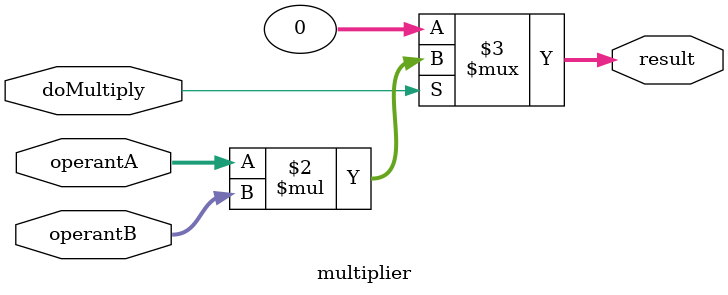
<source format=v>
module multiplier ( input wire         doMultiply,
                    input wire [31:0]  operantA,
                                       operantB,
                    output wire [31:0] result );
  assign result = doMultiply == 1'b0 ? {32{1'b0}} : operantA*operantB;
endmodule

</source>
